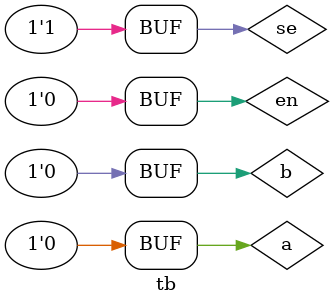
<source format=v>
`timescale 1ps/1ps
`include "mux2.v" // Include the mux_2 module file

module tb();
    reg a;     // input a
    reg b;     // input b
    reg se;    // select line
    reg en;    // enable
    wire y;    // output y

    // Instantiate the mux_2 module
    mux_2 uut (
        .a(a),
        .b(b),
        .se(se),
        .en(en),
        .y(y)
    );

    initial begin
        // Setup waveform dump
        $dumpfile("dump.vcd");
        $dumpvars(0, tb);

        // Initial values
        a = 0; b = 0; se = 0; en = 0;

        // Apply test cases
        #10; a = 1; b = 0; se = 0; en = 1; 
        #10; a = 1; b = 0; se = 1; en = 1;  
        #10; a = 0; b = 1; se = 0; en = 1; 
        #10; a = 1; b = 1; se = 1; en = 1;  
        #10; a = 1; b = 1; se = 0; en = 0;  
        #10; a = 0; b = 0; se = 1; en = 0;  
    end

    initial begin
        $monitor("a=%b, b=%b, se=%b, en=%b => y=%b",a, b, se, en, y);
    end
endmodule

</source>
